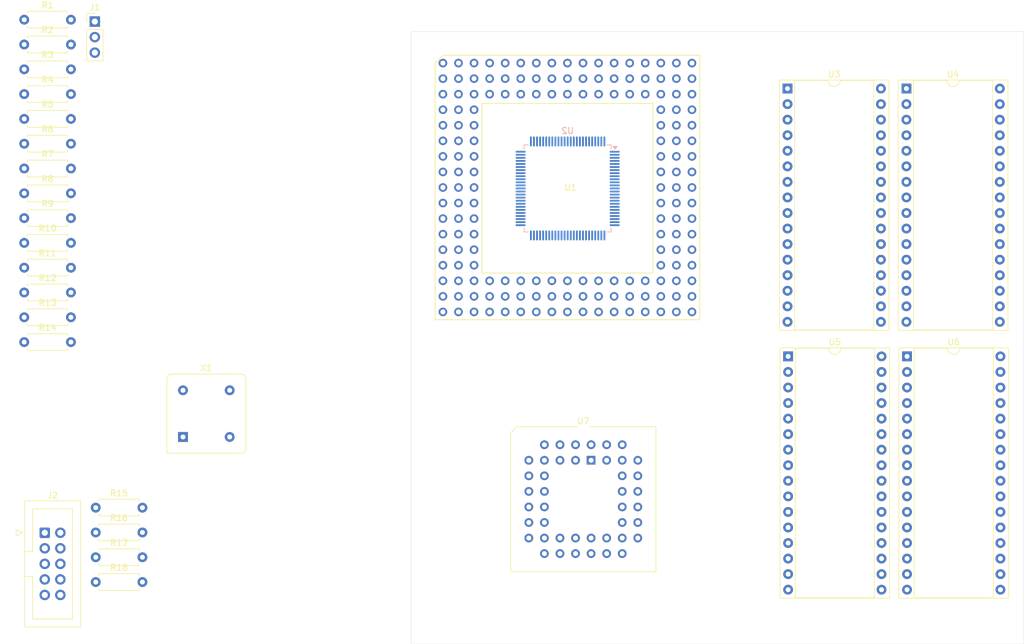
<source format=kicad_pcb>
(kicad_pcb (version 20240108) (generator "pcbnew") (generator_version "8.0")
  (layers (0 "F.Cu" signal) (31 "B.Cu" signal) (34 "B.Paste" user) (35 "F.Paste" user) (36 "B.SilkS" user "B.Silkscreen") (37 "F.SilkS" user "F.Silkscreen") (38 "B.Mask" user) (39 "F.Mask" user) (44 "Edge.Cuts" user))
  (net 0 "")
  (net 1 "+3.3V")
  (net 2 "{slash}BS8")
  (net 3 "{slash}BS16")
  (net 4 "{slash}RDY")
  (net 5 "INT")
  (net 6 "GND")
  (net 7 "NMI")
  (net 8 "RESET")
  (net 9 "Net-(U1-{slash}A20M)")
  (net 10 "Net-(U1-DP0)")
  (net 11 "Net-(U1-DP1)")
  (net 12 "Net-(U1-DP2)")
  (net 13 "Net-(U1-DP3)")
  (net 14 "Net-(U1-{slash}FLUSH)")
  (net 15 "Net-(U1-AHOLD)")
  (net 16 "Net-(U1-HOLD)")
  (net 17 "A19")
  (net 18 "D29")
  (net 20 "{slash}BE1")
  (net 21 "D24")
  (net 22 "MIO")
  (net 23 "D7")
  (net 24 "A23")
  (net 25 "A18")
  (net 27 "D21")
  (net 29 "WR")
  (net 31 "D23")
  (net 32 "D30")
  (net 33 "A31")
  (net 34 "D18")
  (net 36 "A4")
  (net 37 "D0")
  (net 38 "D15")
  (net 39 "DC")
  (net 44 "A13")
  (net 45 "A11")
  (net 46 "A21")
  (net 47 "A12")
  (net 48 "D9")
  (net 49 "A24")
  (net 50 "D2")
  (net 51 "A29")
  (net 52 "A22")
  (net 53 "A6")
  (net 54 "A17")
  (net 55 "D25")
  (net 56 "A2")
  (net 57 "A25")
  (net 58 "A8")
  (net 59 "D8")
  (net 60 "D4")
  (net 62 "D26")
  (net 63 "D10")
  (net 64 "A20")
  (net 65 "D19")
  (net 67 "A28")
  (net 69 "D27")
  (net 70 "D20")
  (net 75 "{slash}BE2")
  (net 76 "A26")
  (net 77 "D16")
  (net 78 "A15")
  (net 79 "A10")
  (net 80 "D14")
  (net 81 "D1")
  (net 82 "D13")
  (net 84 "{slash}BE0")
  (net 87 "D17")
  (net 88 "A3")
  (net 89 "{slash}ADS")
  (net 92 "A9")
  (net 93 "A30")
  (net 94 "A7")
  (net 95 "D28")
  (net 96 "D31")
  (net 98 "D6")
  (net 99 "D3")
  (net 107 "{slash}BE3")
  (net 108 "D12")
  (net 109 "D5")
  (net 110 "D22")
  (net 111 "A14")
  (net 114 "A27")
  (net 115 "A5")
  (net 116 "A16")
  (net 117 "D11")
  (net 118 "{slash}RESET")
  (net 121 "TMS")
  (net 123 "TCK")
  (net 124 "+5V")
  (net 126 "TDO")
  (net 127 "TDI")
  (net 134 "{slash}CS_SRAM0")
  (net 138 "{slash}CS_SRAM1")
  (net 139 "{slash}WR")
  (net 140 "TX")
  (net 141 "{slash}CS_SRAM2")
  (net 144 "{slash}CS_SRAM3")
  (net 148 "INT_UART")
  (net 149 "Net-(J1-Pin_2)")
  (net 150 "CLK")
  (net 151 "Net-(U7-XTAL1)")
  (net 158 "Net-(U7-RCLK)")
  (net 159 "{slash}RD")
  (net 160 "{slash}CS_UART")
  (net 161 "RX")
  (footprint "Resistor_THT:R_Axial_DIN0207_L6.3mm_D2.5mm_P7.62mm_Horizontal" (layer "F.Cu") (at -43.1292 26.1636)
    (property "Reference" "R3" (at 3.81 -2.37 0) (layer "F.SilkS"))
    (property "Value" "4k7")
    (pad "1" thru_hole circle (at 0 0) (size 1.6 1.6) (drill 0.8) (layers "*.Cu" "*.Mask") (net 1 "+3.3V"))
    (pad "2" thru_hole oval (at 7.62 0) (size 1.6 1.6) (drill 0.8) (layers "*.Cu" "*.Mask") (net 3 "{slash}BS16"))
  )
  (footprint "Package_DIP:DIP-32_W15.24mm_Socket" (layer "F.Cu") (at 100.8324 29.3116)
    (property "Reference" "U4" (at 7.62 -2.33 0) (layer "F.SilkS"))
    (property "Value" "AS6C4008-55PCN")
    (pad "1" thru_hole rect (at 0 0) (size 1.6 1.6) (drill 0.8) (layers "*.Cu" "*.Mask") (net 64 "A20"))
    (pad "2" thru_hole oval (at 0 2.54) (size 1.6 1.6) (drill 0.8) (layers "*.Cu" "*.Mask") (net 25 "A18"))
    (pad "3" thru_hole oval (at 0 5.08) (size 1.6 1.6) (drill 0.8) (layers "*.Cu" "*.Mask") (net 116 "A16"))
    (pad "4" thru_hole oval (at 0 7.62) (size 1.6 1.6) (drill 0.8) (layers "*.Cu" "*.Mask") (net 111 "A14"))
    (pad "5" thru_hole oval (at 0 10.16) (size 1.6 1.6) (drill 0.8) (layers "*.Cu" "*.Mask") (net 92 "A9"))
    (pad "6" thru_hole oval (at 0 12.7) (size 1.6 1.6) (drill 0.8) (layers "*.Cu" "*.Mask") (net 58 "A8"))
    (pad "7" thru_hole oval (at 0 15.24) (size 1.6 1.6) (drill 0.8) (layers "*.Cu" "*.Mask") (net 94 "A7"))
    (pad "8" thru_hole oval (at 0 17.78) (size 1.6 1.6) (drill 0.8) (layers "*.Cu" "*.Mask") (net 53 "A6"))
    (pad "9" thru_hole oval (at 0 20.32) (size 1.6 1.6) (drill 0.8) (layers "*.Cu" "*.Mask") (net 115 "A5"))
    (pad "10" thru_hole oval (at 0 22.86) (size 1.6 1.6) (drill 0.8) (layers "*.Cu" "*.Mask") (net 36 "A4"))
    (pad "11" thru_hole oval (at 0 25.4) (size 1.6 1.6) (drill 0.8) (layers "*.Cu" "*.Mask") (net 88 "A3"))
    (pad "12" thru_hole oval (at 0 27.94) (size 1.6 1.6) (drill 0.8) (layers "*.Cu" "*.Mask") (net 56 "A2"))
    (pad "13" thru_hole oval (at 0 30.48) (size 1.6 1.6) (drill 0.8) (layers "*.Cu" "*.Mask") (net 59 "D8"))
    (pad "14" thru_hole oval (at 0 33.02) (size 1.6 1.6) (drill 0.8) (layers "*.Cu" "*.Mask") (net 48 "D9"))
    (pad "15" thru_hole oval (at 0 35.56) (size 1.6 1.6) (drill 0.8) (layers "*.Cu" "*.Mask") (net 63 "D10"))
    (pad "16" thru_hole oval (at 0 38.1) (size 1.6 1.6) (drill 0.8) (layers "*.Cu" "*.Mask") (net 6 "GND"))
    (pad "17" thru_hole oval (at 15.24 38.1) (size 1.6 1.6) (drill 0.8) (layers "*.Cu" "*.Mask") (net 117 "D11"))
    (pad "18" thru_hole oval (at 15.24 35.56) (size 1.6 1.6) (drill 0.8) (layers "*.Cu" "*.Mask") (net 108 "D12"))
    (pad "19" thru_hole oval (at 15.24 33.02) (size 1.6 1.6) (drill 0.8) (layers "*.Cu" "*.Mask") (net 82 "D13"))
    (pad "20" thru_hole oval (at 15.24 30.48) (size 1.6 1.6) (drill 0.8) (layers "*.Cu" "*.Mask") (net 80 "D14"))
    (pad "21" thru_hole oval (at 15.24 27.94) (size 1.6 1.6) (drill 0.8) (layers "*.Cu" "*.Mask") (net 38 "D15"))
    (pad "22" thru_hole oval (at 15.24 25.4) (size 1.6 1.6) (drill 0.8) (layers "*.Cu" "*.Mask") (net 138 "{slash}CS_SRAM1"))
    (pad "23" thru_hole oval (at 15.24 22.86) (size 1.6 1.6) (drill 0.8) (layers "*.Cu" "*.Mask") (net 47 "A12"))
    (pad "24" thru_hole oval (at 15.24 20.32) (size 1.6 1.6) (drill 0.8) (layers "*.Cu" "*.Mask") (net 6 "GND"))
    (pad "25" thru_hole oval (at 15.24 17.78) (size 1.6 1.6) (drill 0.8) (layers "*.Cu" "*.Mask") (net 44 "A13"))
    (pad "26" thru_hole oval (at 15.24 15.24) (size 1.6 1.6) (drill 0.8) (layers "*.Cu" "*.Mask") (net 45 "A11"))
    (pad "27" thru_hole oval (at 15.24 12.7) (size 1.6 1.6) (drill 0.8) (layers "*.Cu" "*.Mask") (net 79 "A10"))
    (pad "28" thru_hole oval (at 15.24 10.16) (size 1.6 1.6) (drill 0.8) (layers "*.Cu" "*.Mask") (net 78 "A15"))
    (pad "29" thru_hole oval (at 15.24 7.62) (size 1.6 1.6) (drill 0.8) (layers "*.Cu" "*.Mask") (net 139 "{slash}WR"))
    (pad "30" thru_hole oval (at 15.24 5.08) (size 1.6 1.6) (drill 0.8) (layers "*.Cu" "*.Mask") (net 17 "A19"))
    (pad "31" thru_hole oval (at 15.24 2.54) (size 1.6 1.6) (drill 0.8) (layers "*.Cu" "*.Mask") (net 54 "A17"))
    (pad "32" thru_hole oval (at 15.24 0) (size 1.6 1.6) (drill 0.8) (layers "*.Cu" "*.Mask") (net 1 "+3.3V"))
  )
  (footprint "Resistor_THT:R_Axial_DIN0207_L6.3mm_D2.5mm_P7.62mm_Horizontal" (layer "F.Cu") (at -43.1292 66.6636)
    (property "Reference" "R13" (at 3.81 -2.37 0) (layer "F.SilkS"))
    (property "Value" "4k7")
    (pad "1" thru_hole circle (at 0 0) (size 1.6 1.6) (drill 0.8) (layers "*.Cu" "*.Mask") (net 1 "+3.3V"))
    (pad "2" thru_hole oval (at 7.62 0) (size 1.6 1.6) (drill 0.8) (layers "*.Cu" "*.Mask") (net 12 "Net-(U1-DP2)"))
  )
  (footprint "Oscillator:Oscillator_DIP-8" (layer "F.Cu") (at -17.2212 86.2076)
    (property "Reference" "X1" (at 3.81 -11.26 0) (layer "F.SilkS"))
    (property "Value" "1.8432 MHz")
    (pad "1" thru_hole rect (at 0 0) (size 1.6 1.6) (drill 0.8) (layers "*.Cu" "*.Mask"))
    (pad "4" thru_hole circle (at 7.62 0) (size 1.6 1.6) (drill 0.8) (layers "*.Cu" "*.Mask") (net 6 "GND"))
    (pad "5" thru_hole circle (at 7.62 -7.62) (size 1.6 1.6) (drill 0.8) (layers "*.Cu" "*.Mask") (net 151 "Net-(U7-XTAL1)"))
    (pad "8" thru_hole circle (at 0 -7.62) (size 1.6 1.6) (drill 0.8) (layers "*.Cu" "*.Mask") (net 1 "+3.3V"))
  )
  (footprint "Package_LCC:PLCC-44_THT-Socket" (layer "F.Cu") (at 49.3776 90.0176)
    (property "Reference" "U7" (at -1.27 -6.4 0) (layer "F.SilkS"))
    (property "Value" "16C550")
    (pad "1" thru_hole rect (at 0 0) (size 1.4224 1.4224) (drill 0.8) (layers "*.Cu" "*.Mask"))
    (pad "2" thru_hole circle (at -2.54 -2.54) (size 1.4224 1.4224) (drill 0.8) (layers "*.Cu" "*.Mask"))
    (pad "3" thru_hole circle (at -2.54 0) (size 1.4224 1.4224) (drill 0.8) (layers "*.Cu" "*.Mask"))
    (pad "4" thru_hole circle (at -5.08 -2.54) (size 1.4224 1.4224) (drill 0.8) (layers "*.Cu" "*.Mask"))
    (pad "5" thru_hole circle (at -5.08 0) (size 1.4224 1.4224) (drill 0.8) (layers "*.Cu" "*.Mask"))
    (pad "6" thru_hole circle (at -7.62 -2.54) (size 1.4224 1.4224) (drill 0.8) (layers "*.Cu" "*.Mask"))
    (pad "7" thru_hole circle (at -10.16 0) (size 1.4224 1.4224) (drill 0.8) (layers "*.Cu" "*.Mask"))
    (pad "8" thru_hole circle (at -7.62 0) (size 1.4224 1.4224) (drill 0.8) (layers "*.Cu" "*.Mask"))
    (pad "9" thru_hole circle (at -10.16 2.54) (size 1.4224 1.4224) (drill 0.8) (layers "*.Cu" "*.Mask"))
    (pad "10" thru_hole circle (at -7.62 2.54) (size 1.4224 1.4224) (drill 0.8) (layers "*.Cu" "*.Mask") (net 158 "Net-(U7-RCLK)"))
    (pad "11" thru_hole circle (at -10.16 5.08) (size 1.4224 1.4224) (drill 0.8) (layers "*.Cu" "*.Mask") (net 161 "RX"))
    (pad "12" thru_hole circle (at -7.62 5.08) (size 1.4224 1.4224) (drill 0.8) (layers "*.Cu" "*.Mask"))
    (pad "13" thru_hole circle (at -10.16 7.62) (size 1.4224 1.4224) (drill 0.8) (layers "*.Cu" "*.Mask") (net 140 "TX"))
    (pad "14" thru_hole circle (at -7.62 7.62) (size 1.4224 1.4224) (drill 0.8) (layers "*.Cu" "*.Mask") (net 1 "+3.3V"))
    (pad "15" thru_hole circle (at -10.16 10.16) (size 1.4224 1.4224) (drill 0.8) (layers "*.Cu" "*.Mask") (net 1 "+3.3V"))
    (pad "16" thru_hole circle (at -7.62 10.16) (size 1.4224 1.4224) (drill 0.8) (layers "*.Cu" "*.Mask") (net 160 "{slash}CS_UART"))
    (pad "17" thru_hole circle (at -10.16 12.7) (size 1.4224 1.4224) (drill 0.8) (layers "*.Cu" "*.Mask") (net 158 "Net-(U7-RCLK)"))
    (pad "18" thru_hole circle (at -7.62 15.24) (size 1.4224 1.4224) (drill 0.8) (layers "*.Cu" "*.Mask") (net 151 "Net-(U7-XTAL1)"))
    (pad "19" thru_hole circle (at -7.62 12.7) (size 1.4224 1.4224) (drill 0.8) (layers "*.Cu" "*.Mask"))
    (pad "20" thru_hole circle (at -5.08 15.24) (size 1.4224 1.4224) (drill 0.8) (layers "*.Cu" "*.Mask") (net 139 "{slash}WR"))
    (pad "21" thru_hole circle (at -5.08 12.7) (size 1.4224 1.4224) (drill 0.8) (layers "*.Cu" "*.Mask") (net 6 "GND"))
    (pad "22" thru_hole circle (at -2.54 15.24) (size 1.4224 1.4224) (drill 0.8) (layers "*.Cu" "*.Mask") (net 6 "GND"))
    (pad "23" thru_hole circle (at -2.54 12.7) (size 1.4224 1.4224) (drill 0.8) (layers "*.Cu" "*.Mask"))
    (pad "24" thru_hole circle (at 0 15.24) (size 1.4224 1.4224) (drill 0.8) (layers "*.Cu" "*.Mask") (net 159 "{slash}RD"))
    (pad "25" thru_hole circle (at 0 12.7) (size 1.4224 1.4224) (drill 0.8) (layers "*.Cu" "*.Mask") (net 6 "GND"))
    (pad "26" thru_hole circle (at 2.54 15.24) (size 1.4224 1.4224) (drill 0.8) (layers "*.Cu" "*.Mask"))
    (pad "27" thru_hole circle (at 2.54 12.7) (size 1.4224 1.4224) (drill 0.8) (layers "*.Cu" "*.Mask"))
    (pad "28" thru_hole circle (at 5.08 15.24) (size 1.4224 1.4224) (drill 0.8) (layers "*.Cu" "*.Mask"))
    (pad "29" thru_hole circle (at 7.62 12.7) (size 1.4224 1.4224) (drill 0.8) (layers "*.Cu" "*.Mask"))
    (pad "30" thru_hole circle (at 5.08 12.7) (size 1.4224 1.4224) (drill 0.8) (layers "*.Cu" "*.Mask"))
    (pad "31" thru_hole circle (at 7.62 10.16) (size 1.4224 1.4224) (drill 0.8) (layers "*.Cu" "*.Mask"))
    (pad "32" thru_hole circle (at 5.08 10.16) (size 1.4224 1.4224) (drill 0.8) (layers "*.Cu" "*.Mask"))
    (pad "33" thru_hole circle (at 7.62 7.62) (size 1.4224 1.4224) (drill 0.8) (layers "*.Cu" "*.Mask") (net 148 "INT_UART"))
    (pad "34" thru_hole circle (at 5.08 7.62) (size 1.4224 1.4224) (drill 0.8) (layers "*.Cu" "*.Mask"))
    (pad "35" thru_hole circle (at 7.62 5.08) (size 1.4224 1.4224) (drill 0.8) (layers "*.Cu" "*.Mask"))
    (pad "36" thru_hole circle (at 5.08 5.08) (size 1.4224 1.4224) (drill 0.8) (layers "*.Cu" "*.Mask"))
    (pad "37" thru_hole circle (at 7.62 2.54) (size 1.4224 1.4224) (drill 0.8) (layers "*.Cu" "*.Mask"))
    (pad "38" thru_hole circle (at 5.08 2.54) (size 1.4224 1.4224) (drill 0.8) (layers "*.Cu" "*.Mask"))
    (pad "39" thru_hole circle (at 7.62 0) (size 1.4224 1.4224) (drill 0.8) (layers "*.Cu" "*.Mask") (net 8 "RESET"))
    (pad "40" thru_hole circle (at 5.08 -2.54) (size 1.4224 1.4224) (drill 0.8) (layers "*.Cu" "*.Mask"))
    (pad "41" thru_hole circle (at 5.08 0) (size 1.4224 1.4224) (drill 0.8) (layers "*.Cu" "*.Mask") (net 1 "+3.3V"))
    (pad "42" thru_hole circle (at 2.54 -2.54) (size 1.4224 1.4224) (drill 0.8) (layers "*.Cu" "*.Mask") (net 1 "+3.3V"))
    (pad "43" thru_hole circle (at 2.54 0) (size 1.4224 1.4224) (drill 0.8) (layers "*.Cu" "*.Mask") (net 1 "+3.3V"))
    (pad "44" thru_hole circle (at 0 -2.54) (size 1.4224 1.4224) (drill 0.8) (layers "*.Cu" "*.Mask") (net 1 "+3.3V"))
  )
  (footprint "Resistor_THT:R_Axial_DIN0207_L6.3mm_D2.5mm_P7.62mm_Horizontal" (layer "F.Cu") (at -43.1292 46.4136)
    (property "Reference" "R8" (at 3.81 -2.37 0) (layer "F.SilkS"))
    (property "Value" "4k7")
    (pad "1" thru_hole circle (at 0 0) (size 1.6 1.6) (drill 0.8) (layers "*.Cu" "*.Mask") (net 1 "+3.3V"))
    (pad "2" thru_hole oval (at 7.62 0) (size 1.6 1.6) (drill 0.8) (layers "*.Cu" "*.Mask") (net 14 "Net-(U1-{slash}FLUSH)"))
  )
  (footprint "Resistor_THT:R_Axial_DIN0207_L6.3mm_D2.5mm_P7.62mm_Horizontal" (layer "F.Cu") (at -43.1292 54.5136)
    (property "Reference" "R10" (at 3.81 -2.37 0) (layer "F.SilkS"))
    (property "Value" "4k7")
    (pad "1" thru_hole circle (at 0 0) (size 1.6 1.6) (drill 0.8) (layers "*.Cu" "*.Mask") (net 15 "Net-(U1-AHOLD)"))
    (pad "2" thru_hole oval (at 7.62 0) (size 1.6 1.6) (drill 0.8) (layers "*.Cu" "*.Mask") (net 6 "GND"))
  )
  (footprint "Resistor_THT:R_Axial_DIN0207_L6.3mm_D2.5mm_P7.62mm_Horizontal" (layer "F.Cu") (at -43.1292 42.3636)
    (property "Reference" "R7" (at 3.81 -2.37 0) (layer "F.SilkS"))
    (property "Value" "4k7")
    (pad "1" thru_hole circle (at 0 0) (size 1.6 1.6) (drill 0.8) (layers "*.Cu" "*.Mask") (net 8 "RESET"))
    (pad "2" thru_hole oval (at 7.62 0) (size 1.6 1.6) (drill 0.8) (layers "*.Cu" "*.Mask") (net 6 "GND"))
  )
  (footprint "Resistor_THT:R_Axial_DIN0207_L6.3mm_D2.5mm_P7.62mm_Horizontal" (layer "F.Cu") (at -43.1292 70.7136)
    (property "Reference" "R14" (at 3.81 -2.37 0) (layer "F.SilkS"))
    (property "Value" "4k7")
    (pad "1" thru_hole circle (at 0 0) (size 1.6 1.6) (drill 0.8) (layers "*.Cu" "*.Mask") (net 1 "+3.3V"))
    (pad "2" thru_hole oval (at 7.62 0) (size 1.6 1.6) (drill 0.8) (layers "*.Cu" "*.Mask") (net 13 "Net-(U1-DP3)"))
  )
  (footprint "Resistor_THT:R_Axial_DIN0207_L6.3mm_D2.5mm_P7.62mm_Horizontal" (layer "F.Cu") (at -43.1292 34.2636)
    (property "Reference" "R5" (at 3.81 -2.37 0) (layer "F.SilkS"))
    (property "Value" "4k7")
    (pad "1" thru_hole circle (at 0 0) (size 1.6 1.6) (drill 0.8) (layers "*.Cu" "*.Mask") (net 5 "INT"))
    (pad "2" thru_hole oval (at 7.62 0) (size 1.6 1.6) (drill 0.8) (layers "*.Cu" "*.Mask") (net 6 "GND"))
  )
  (footprint "Package_DIP:DIP-32_W15.24mm_Socket" (layer "F.Cu") (at 81.534 73.0504)
    (property "Reference" "U5" (at 7.62 -2.33 0) (layer "F.SilkS"))
    (property "Value" "AS6C4008-55PCN")
    (pad "1" thru_hole rect (at 0 0) (size 1.6 1.6) (drill 0.8) (layers "*.Cu" "*.Mask") (net 64 "A20"))
    (pad "2" thru_hole oval (at 0 2.54) (size 1.6 1.6) (drill 0.8) (layers "*.Cu" "*.Mask") (net 25 "A18"))
    (pad "3" thru_hole oval (at 0 5.08) (size 1.6 1.6) (drill 0.8) (layers "*.Cu" "*.Mask") (net 116 "A16"))
    (pad "4" thru_hole oval (at 0 7.62) (size 1.6 1.6) (drill 0.8) (layers "*.Cu" "*.Mask") (net 111 "A14"))
    (pad "5" thru_hole oval (at 0 10.16) (size 1.6 1.6) (drill 0.8) (layers "*.Cu" "*.Mask") (net 92 "A9"))
    (pad "6" thru_hole oval (at 0 12.7) (size 1.6 1.6) (drill 0.8) (layers "*.Cu" "*.Mask") (net 58 "A8"))
    (pad "7" thru_hole oval (at 0 15.24) (size 1.6 1.6) (drill 0.8) (layers "*.Cu" "*.Mask") (net 94 "A7"))
    (pad "8" thru_hole oval (at 0 17.78) (size 1.6 1.6) (drill 0.8) (layers "*.Cu" "*.Mask") (net 53 "A6"))
    (pad "9" thru_hole oval (at 0 20.32) (size 1.6 1.6) (drill 0.8) (layers "*.Cu" "*.Mask") (net 115 "A5"))
    (pad "10" thru_hole oval (at 0 22.86) (size 1.6 1.6) (drill 0.8) (layers "*.Cu" "*.Mask") (net 36 "A4"))
    (pad "11" thru_hole oval (at 0 25.4) (size 1.6 1.6) (drill 0.8) (layers "*.Cu" "*.Mask") (net 88 "A3"))
    (pad "12" thru_hole oval (at 0 27.94) (size 1.6 1.6) (drill 0.8) (layers "*.Cu" "*.Mask") (net 56 "A2"))
    (pad "13" thru_hole oval (at 0 30.48) (size 1.6 1.6) (drill 0.8) (layers "*.Cu" "*.Mask") (net 77 "D16"))
    (pad "14" thru_hole oval (at 0 33.02) (size 1.6 1.6) (drill 0.8) (layers "*.Cu" "*.Mask") (net 87 "D17"))
    (pad "15" thru_hole oval (at 0 35.56) (size 1.6 1.6) (drill 0.8) (layers "*.Cu" "*.Mask") (net 34 "D18"))
    (pad "16" thru_hole oval (at 0 38.1) (size 1.6 1.6) (drill 0.8) (layers "*.Cu" "*.Mask") (net 6 "GND"))
    (pad "17" thru_hole oval (at 15.24 38.1) (size 1.6 1.6) (drill 0.8) (layers "*.Cu" "*.Mask") (net 65 "D19"))
    (pad "18" thru_hole oval (at 15.24 35.56) (size 1.6 1.6) (drill 0.8) (layers "*.Cu" "*.Mask") (net 70 "D20"))
    (pad "19" thru_hole oval (at 15.24 33.02) (size 1.6 1.6) (drill 0.8) (layers "*.Cu" "*.Mask") (net 27 "D21"))
    (pad "20" thru_hole oval (at 15.24 30.48) (size 1.6 1.6) (drill 0.8) (layers "*.Cu" "*.Mask") (net 110 "D22"))
    (pad "21" thru_hole oval (at 15.24 27.94) (size 1.6 1.6) (drill 0.8) (layers "*.Cu" "*.Mask") (net 31 "D23"))
    (pad "22" thru_hole oval (at 15.24 25.4) (size 1.6 1.6) (drill 0.8) (layers "*.Cu" "*.Mask") (net 141 "{slash}CS_SRAM2"))
    (pad "23" thru_hole oval (at 15.24 22.86) (size 1.6 1.6) (drill 0.8) (layers "*.Cu" "*.Mask") (net 47 "A12"))
    (pad "24" thru_hole oval (at 15.24 20.32) (size 1.6 1.6) (drill 0.8) (layers "*.Cu" "*.Mask") (net 6 "GND"))
    (pad "25" thru_hole oval (at 15.24 17.78) (size 1.6 1.6) (drill 0.8) (layers "*.Cu" "*.Mask") (net 44 "A13"))
    (pad "26" thru_hole oval (at 15.24 15.24) (size 1.6 1.6) (drill 0.8) (layers "*.Cu" "*.Mask") (net 45 "A11"))
    (pad "27" thru_hole oval (at 15.24 12.7) (size 1.6 1.6) (drill 0.8) (layers "*.Cu" "*.Mask") (net 79 "A10"))
    (pad "28" thru_hole oval (at 15.24 10.16) (size 1.6 1.6) (drill 0.8) (layers "*.Cu" "*.Mask") (net 78 "A15"))
    (pad "29" thru_hole oval (at 15.24 7.62) (size 1.6 1.6) (drill 0.8) (layers "*.Cu" "*.Mask") (net 139 "{slash}WR"))
    (pad "30" thru_hole oval (at 15.24 5.08) (size 1.6 1.6) (drill 0.8) (layers "*.Cu" "*.Mask") (net 17 "A19"))
    (pad "31" thru_hole oval (at 15.24 2.54) (size 1.6 1.6) (drill 0.8) (layers "*.Cu" "*.Mask") (net 54 "A17"))
    (pad "32" thru_hole oval (at 15.24 0) (size 1.6 1.6) (drill 0.8) (layers "*.Cu" "*.Mask") (net 1 "+3.3V"))
  )
  (footprint "Connector_IDC:IDC-Header_2x05_P2.54mm_Vertical" (layer "F.Cu") (at -39.7764 101.854)
    (property "Reference" "J2" (at 1.27 -6.1 0) (layer "F.SilkS"))
    (property "Value" "Conn_02x05_Odd_Even")
    (pad "1" thru_hole roundrect (at 0 0) (size 1.7 1.7) (drill 1) (layers "*.Cu" "*.Mask") (roundrect_rratio 0.147059) (net 123 "TCK"))
    (pad "2" thru_hole circle (at 2.54 0) (size 1.7 1.7) (drill 1) (layers "*.Cu" "*.Mask") (net 6 "GND"))
    (pad "3" thru_hole circle (at 0 2.54) (size 1.7 1.7) (drill 1) (layers "*.Cu" "*.Mask") (net 126 "TDO"))
    (pad "4" thru_hole circle (at 2.54 2.54) (size 1.7 1.7) (drill 1) (layers "*.Cu" "*.Mask") (net 124 "+5V"))
    (pad "5" thru_hole circle (at 0 5.08) (size 1.7 1.7) (drill 1) (layers "*.Cu" "*.Mask") (net 121 "TMS"))
    (pad "6" thru_hole circle (at 2.54 5.08) (size 1.7 1.7) (drill 1) (layers "*.Cu" "*.Mask"))
    (pad "7" thru_hole circle (at 0 7.62) (size 1.7 1.7) (drill 1) (layers "*.Cu" "*.Mask"))
    (pad "8" thru_hole circle (at 2.54 7.62) (size 1.7 1.7) (drill 1) (layers "*.Cu" "*.Mask"))
    (pad "9" thru_hole circle (at 0 10.16) (size 1.7 1.7) (drill 1) (layers "*.Cu" "*.Mask") (net 127 "TDI"))
    (pad "10" thru_hole circle (at 2.54 10.16) (size 1.7 1.7) (drill 1) (layers "*.Cu" "*.Mask") (net 6 "GND"))
  )
  (footprint "marlin-486:PGA168" (layer "F.Cu") (at 45.5168 45.212)
    (property "Reference" "U1" (at 0.508 0.254 0) (layer "F.SilkS"))
    (property "Value" "AM486DX")
    (pad "A1" thru_hole circle (at -20.32 -20.066) (size 1.397 1.397) (drill 0.8128) (layers "*.Cu" "*.Mask") (net 70 "D20"))
    (pad "A2" thru_hole circle (at -17.78 -20.066) (size 1.397 1.397) (drill 0.8128) (layers "*.Cu" "*.Mask") (net 110 "D22"))
    (pad "A3" thru_hole circle (at -15.24 -20.066) (size 1.397 1.397) (drill 0.8128) (layers "*.Cu" "*.Mask"))
    (pad "A4" thru_hole circle (at -12.7 -20.066) (size 1.397 1.397) (drill 0.8128) (layers "*.Cu" "*.Mask") (net 31 "D23"))
    (pad "A5" thru_hole circle (at -10.16 -20.066) (size 1.397 1.397) (drill 0.8128) (layers "*.Cu" "*.Mask") (net 13 "Net-(U1-DP3)"))
    (pad "A6" thru_hole circle (at -7.62 -20.066) (size 1.397 1.397) (drill 0.8128) (layers "*.Cu" "*.Mask") (net 21 "D24"))
    (pad "A7" thru_hole circle (at -5.08 -20.066) (size 1.397 1.397) (drill 0.8128) (layers "*.Cu" "*.Mask") (net 6 "GND"))
    (pad "A8" thru_hole circle (at -2.54 -20.066) (size 1.397 1.397) (drill 0.8128) (layers "*.Cu" "*.Mask") (net 18 "D29"))
    (pad "A9" thru_hole circle (at 0 -20.066) (size 1.397 1.397) (drill 0.8128) (layers "*.Cu" "*.Mask") (net 6 "GND"))
    (pad "A10" thru_hole circle (at 2.54 -20.066) (size 1.397 1.397) (drill 0.8128) (layers "*.Cu" "*.Mask"))
    (pad "A11" thru_hole circle (at 5.08 -20.066) (size 1.397 1.397) (drill 0.8128) (layers "*.Cu" "*.Mask") (net 6 "GND"))
    (pad "A12" thru_hole circle (at 7.62 -20.066) (size 1.397 1.397) (drill 0.8128) (layers "*.Cu" "*.Mask"))
    (pad "A13" thru_hole circle (at 10.16 -20.066) (size 1.397 1.397) (drill 0.8128) (layers "*.Cu" "*.Mask"))
    (pad "A14" thru_hole circle (at 12.7 -20.066) (size 1.397 1.397) (drill 0.8128) (layers "*.Cu" "*.Mask"))
    (pad "A15" thru_hole circle (at 15.24 -20.066) (size 1.397 1.397) (drill 0.8128) (layers "*.Cu" "*.Mask"))
    (pad "A16" thru_hole circle (at 17.78 -20.066) (size 1.397 1.397) (drill 0.8128) (layers "*.Cu" "*.Mask") (net 5 "INT"))
    (pad "A17" thru_hole circle (at 20.32 -20.066) (size 1.397 1.397) (drill 0.8128) (layers "*.Cu" "*.Mask") (net 15 "Net-(U1-AHOLD)"))
    (pad "B1" thru_hole circle (at -20.32 -17.526) (size 1.397 1.397) (drill 0.8128) (layers "*.Cu" "*.Mask") (net 65 "D19"))
    (pad "B2" thru_hole circle (at -17.78 -17.526) (size 1.397 1.397) (drill 0.8128) (layers "*.Cu" "*.Mask") (net 27 "D21"))
    (pad "B3" thru_hole circle (at -15.24 -17.526) (size 1.397 1.397) (drill 0.8128) (layers "*.Cu" "*.Mask") (net 6 "GND"))
    (pad "B4" thru_hole circle (at -12.7 -17.526) (size 1.397 1.397) (drill 0.8128) (layers "*.Cu" "*.Mask") (net 6 "GND"))
    (pad "B5" thru_hole circle (at -10.16 -17.526) (size 1.397 1.397) (drill 0.8128) (layers "*.Cu" "*.Mask") (net 6 "GND"))
    (pad "B6" thru_hole circle (at -7.62 -17.526) (size 1.397 1.397) (drill 0.8128) (layers "*.Cu" "*.Mask") (net 55 "D25"))
    (pad "B7" thru_hole circle (at -5.08 -17.526) (size 1.397 1.397) (drill 0.8128) (layers "*.Cu" "*.Mask") (net 1 "+3.3V"))
    (pad "B8" thru_hole circle (at -2.54 -17.526) (size 1.397 1.397) (drill 0.8128) (layers "*.Cu" "*.Mask") (net 96 "D31"))
    (pad "B9" thru_hole circle (at 0 -17.526) (size 1.397 1.397) (drill 0.8128) (layers "*.Cu" "*.Mask") (net 1 "+3.3V"))
    (pad "B10" thru_hole circle (at 2.54 -17.526) (size 1.397 1.397) (drill 0.8128) (layers "*.Cu" "*.Mask"))
    (pad "B11" thru_hole circle (at 5.08 -17.526) (size 1.397 1.397) (drill 0.8128) (layers "*.Cu" "*.Mask") (net 1 "+3.3V"))
    (pad "B12" thru_hole circle (at 7.62 -17.526) (size 1.397 1.397) (drill 0.8128) (layers "*.Cu" "*.Mask"))
    (pad "B13" thru_hole circle (at 10.16 -17.526) (size 1.397 1.397) (drill 0.8128) (layers "*.Cu" "*.Mask"))
    (pad "B14" thru_hole circle (at 12.7 -17.526) (size 1.397 1.397) (drill 0.8128) (layers "*.Cu" "*.Mask"))
    (pad "B15" thru_hole circle (at 15.24 -17.526) (size 1.397 1.397) (drill 0.8128) (layers "*.Cu" "*.Mask") (net 7 "NMI"))
    (pad "B16" thru_hole circle (at 17.78 -17.526) (size 1.397 1.397) (drill 0.8128) (layers "*.Cu" "*.Mask"))
    (pad "B17" thru_hole circle (at 20.32 -17.526) (size 1.397 1.397) (drill 0.8128) (layers "*.Cu" "*.Mask"))
    (pad "C1" thru_hole circle (at -20.32 -14.986) (size 1.397 1.397) (drill 0.8128) (layers "*.Cu" "*.Mask") (net 117 "D11"))
    (pad "C2" thru_hole circle (at -17.78 -14.986) (size 1.397 1.397) (drill 0.8128) (layers "*.Cu" "*.Mask") (net 34 "D18"))
    (pad "C3" thru_hole circle (at -15.24 -14.986) (size 1.397 1.397) (drill 0.8128) (layers "*.Cu" "*.Mask") (net 150 "CLK"))
    (pad "C4" thru_hole circle (at -12.7 -14.986) (size 1.397 1.397) (drill 0.8128) (layers "*.Cu" "*.Mask") (net 1 "+3.3V"))
    (pad "C5" thru_hole circle (at -10.16 -14.986) (size 1.397 1.397) (drill 0.8128) (layers "*.Cu" "*.Mask") (net 1 "+3.3V"))
    (pad "C6" thru_hole circle (at -7.62 -14.986) (size 1.397 1.397) (drill 0.8128) (layers "*.Cu" "*.Mask") (net 69 "D27"))
    (pad "C7" thru_hole circle (at -5.08 -14.986) (size 1.397 1.397) (drill 0.8128) (layers "*.Cu" "*.Mask") (net 62 "D26"))
    (pad "C8" thru_hole circle (at -2.54 -14.986) (size 1.397 1.397) (drill 0.8128) (layers "*.Cu" "*.Mask") (net 95 "D28"))
    (pad "C9" thru_hole circle (at 0 -14.986) (size 1.397 1.397) (drill 0.8128) (layers "*.Cu" "*.Mask") (net 32 "D30"))
    (pad "C10" thru_hole circle (at 2.54 -14.986) (size 1.397 1.397) (drill 0.8128) (layers "*.Cu" "*.Mask"))
    (pad "C11" thru_hole circle (at 5.08 -14.986) (size 1.397 1.397) (drill 0.8128) (layers "*.Cu" "*.Mask"))
    (pad "C12" thru_hole circle (at 7.62 -14.986) (size 1.397 1.397) (drill 0.8128) (layers "*.Cu" "*.Mask"))
    (pad "C13" thru_hole circle (at 10.16 -14.986) (size 1.397 1.397) (drill 0.8128) (layers "*.Cu" "*.Mask"))
    (pad "C14" thru_hole circle (at 12.7 -14.986) (size 1.397 1.397) (drill 0.8128) (layers "*.Cu" "*.Mask"))
    (pad "C15" thru_hole circle (at 15.24 -14.986) (size 1.397 1.397) (drill 0.8128) (layers "*.Cu" "*.Mask") (net 14 "Net-(U1-{slash}FLUSH)"))
    (pad "C16" thru_hole circle (at 17.78 -14.986) (size 1.397 1.397) (drill 0.8128) (layers "*.Cu" "*.Mask") (net 8 "RESET"))
    (pad "C17" thru_hole circle (at 20.32 -14.986) (size 1.397 1.397) (drill 0.8128) (layers "*.Cu" "*.Mask") (net 3 "{slash}BS16"))
    (pad "D1" thru_hole circle (at -20.32 -12.446) (size 1.397 1.397) (drill 0.8128) (layers "*.Cu" "*.Mask") (net 48 "D9"))
    (pad "D2" thru_hole circle (at -17.78 -12.446) (size 1.397 1.397) (drill 0.8128) (layers "*.Cu" "*.Mask") (net 82 "D13"))
    (pad "D3" thru_hole circle (at -15.24 -12.446) (size 1.397 1.397) (drill 0.8128) (layers "*.Cu" "*.Mask") (net 87 "D17"))
    (pad "D15" thru_hole circle (at 15.24 -12.446) (size 1.397 1.397) (drill 0.8128) (layers "*.Cu" "*.Mask") (net 9 "Net-(U1-{slash}A20M)"))
    (pad "D16" thru_hole circle (at 17.78 -12.446) (size 1.397 1.397) (drill 0.8128) (layers "*.Cu" "*.Mask") (net 2 "{slash}BS8"))
    (pad "D17" thru_hole circle (at 20.32 -12.446) (size 1.397 1.397) (drill 0.8128) (layers "*.Cu" "*.Mask"))
    (pad "E1" thru_hole circle (at -20.32 -9.906) (size 1.397 1.397) (drill 0.8128) (layers "*.Cu" "*.Mask") (net 6 "GND"))
    (pad "E2" thru_hole circle (at -17.78 -9.906) (size 1.397 1.397) (drill 0.8128) (layers "*.Cu" "*.Mask") (net 1 "+3.3V"))
    (pad "E3" thru_hole circle (at -15.24 -9.906) (size 1.397 1.397) (drill 0.8128) (layers "*.Cu" "*.Mask") (net 63 "D10"))
    (pad "E15" thru_hole circle (at 15.24 -9.906) (size 1.397 1.397) (drill 0.8128) (layers "*.Cu" "*.Mask") (net 16 "Net-(U1-HOLD)"))
    (pad "E16" thru_hole circle (at 17.78 -9.906) (size 1.397 1.397) (drill 0.8128) (layers "*.Cu" "*.Mask") (net 1 "+3.3V"))
    (pad "E17" thru_hole circle (at 20.32 -9.906) (size 1.397 1.397) (drill 0.8128) (layers "*.Cu" "*.Mask") (net 6 "GND"))
    (pad "F1" thru_hole circle (at -20.32 -7.366) (size 1.397 1.397) (drill 0.8128) (layers "*.Cu" "*.Mask") (net 11 "Net-(U1-DP1)"))
    (pad "F2" thru_hole circle (at -17.78 -7.366) (size 1.397 1.397) (drill 0.8128) (layers "*.Cu" "*.Mask") (net 59 "D8"))
    (pad "F3" thru_hole circle (at -15.24 -7.366) (size 1.397 1.397) (drill 0.8128) (layers "*.Cu" "*.Mask") (net 38 "D15"))
    (pad "F15" thru_hole circle (at 15.24 -7.366) (size 1.397 1.397) (drill 0.8128) (layers "*.Cu" "*.Mask"))
    (pad "F16" thru_hole circle (at 17.78 -7.366) (size 1.397 1.397) (drill 0.8128) (layers "*.Cu" "*.Mask") (net 4 "{slash}RDY"))
    (pad "F17" thru_hole circle (at 20.32 -7.366) (size 1.397 1.397) (drill 0.8128) (layers "*.Cu" "*.Mask") (net 107 "{slash}BE3"))
    (pad "G1" thru_hole circle (at -20.32 -4.826) (size 1.397 1.397) (drill 0.8128) (layers "*.Cu" "*.Mask") (net 6 "GND"))
    (pad "G2" thru_hole circle (at -17.78 -4.826) (size 1.397 1.397) (drill 0.8128) (layers "*.Cu" "*.Mask") (net 1 "+3.3V"))
    (pad "G3" thru_hole circle (at -15.24 -4.826) (size 1.397 1.397) (drill 0.8128) (layers "*.Cu" "*.Mask") (net 108 "D12"))
    (pad "G15" thru_hole circle (at 15.24 -4.826) (size 1.397 1.397) (drill 0.8128) (layers "*.Cu" "*.Mask"))
    (pad "G16" thru_hole circle (at 17.78 -4.826) (size 1.397 1.397) (drill 0.8128) (layers "*.Cu" "*.Mask") (net 1 "+3.3V"))
    (pad "G17" thru_hole circle (at 20.32 -4.826) (size 1.397 1.397) (drill 0.8128) (layers "*.Cu" "*.Mask") (net 6 "GND"))
    (pad "H1" thru_hole circle (at -20.32 -2.286) (size 1.397 1.397) (drill 0.8128) (layers "*.Cu" "*.Mask") (net 6 "GND"))
    (pad "H2" thru_hole circle (at -17.78 -2.286) (size 1.397 1.397) (drill 0.8128) (layers "*.Cu" "*.Mask") (net 99 "D3"))
    (pad "H3" thru_hole circle (at -15.24 -2.286) (size 1.397 1.397) (drill 0.8128) (layers "*.Cu" "*.Mask") (net 12 "Net-(U1-DP2)"))
    (pad "H15" thru_hole circle (at 15.24 -2.286) (size 1.397 1.397) (drill 0.8128) (layers "*.Cu" "*.Mask"))
    (pad "H16" thru_hole circle (at 17.78 -2.286) (size 1.397 1.397) (drill 0.8128) (layers "*.Cu" "*.Mask") (net 1 "+3.3V"))
    (pad "H17" thru_hole circle (at 20.32 -2.286) (size 1.397 1.397) (drill 0.8128) (layers "*.Cu" "*.Mask") (net 6 "GND"))
    (pad "J1" thru_hole circle (at -20.32 0.254) (size 1.397 1.397) (drill 0.8128) (layers "*.Cu" "*.Mask"))
    (pad "J2" thru_hole circle (at -17.78 0.254) (size 1.397 1.397) (drill 0.8128) (layers "*.Cu" "*.Mask") (net 109 "D5"))
    (pad "J3" thru_hole circle (at -15.24 0.254) (size 1.397 1.397) (drill 0.8128) (layers "*.Cu" "*.Mask") (net 77 "D16"))
    (pad "J15" thru_hole circle (at 15.24 0.254) (size 1.397 1.397) (drill 0.8128) (layers "*.Cu" "*.Mask") (net 75 "{slash}BE2"))
    (pad "J16" thru_hole circle (at 17.78 0.254) (size 1.397 1.397) (drill 0.8128) (layers "*.Cu" "*.Mask") (net 20 "{slash}BE1"))
    (pad "J17" thru_hole circle (at 20.32 0.254) (size 1.397 1.397) (drill 0.8128) (layers "*.Cu" "*.Mask"))
    (pad "K1" thru_hole circle (at -20.32 2.794) (size 1.397 1.397) (drill 0.8128) (layers "*.Cu" "*.Mask") (net 6 "GND"))
    (pad "K2" thru_hole circle (at -17.78 2.794) (size 1.397 1.397) (drill 0.8128) (layers "*.Cu" "*.Mask") (net 1 "+3.3V"))
    (pad "K3" thru_hole circle (at -15.24 2.794) (size 1.397 1.397) (drill 0.8128) (layers "*.Cu" "*.Mask") (net 80 "D14"))
    (pad "K15" thru_hole circle (at 15.24 2.794) (size 1.397 1.397) (drill 0.8128) (layers "*.Cu" "*.Mask") (net 84 "{slash}BE0"))
    (pad "K16" thru_hole circle (at 17.78 2.794) (size 1.397 1.397) (drill 0.8128) (layers "*.Cu" "*.Mask") (net 1 "+3.3V"))
    (pad "K17" thru_hole circle (at 20.32 2.794) (size 1.397 1.397) (drill 0.8128) (layers "*.Cu" "*.Mask") (net 6 "GND"))
    (pad "L1" thru_hole circle (at -20.32 5.334) (size 1.397 1.397) (drill 0.8128) (layers "*.Cu" "*.Mask") (net 6 "GND"))
    (pad "L2" thru_hole circle (at -17.78 5.334) (size 1.397 1.397) (drill 0.8128) (layers "*.Cu" "*.Mask") (net 98 "D6"))
    (pad "L3" thru_hole circle (at -15.24 5.334) (size 1.397 1.397) (drill 0.8128) (layers "*.Cu" "*.Mask") (net 23 "D7"))
    (pad "L15" thru_hole circle (at 15.24 5.334) (size 1.397 1.397) (drill 0.8128) (layers "*.Cu" "*.Mask"))
    (pad "L16" thru_hole circle (at 17.78 5.334) (size 1.397 1.397) (drill 0.8128) (layers "*.Cu" "*.Mask") (net 1 "+3.3V"))
    (pad "L17" thru_hole circle (at 20.32 5.334) (size 1.397 1.397) (drill 0.8128) (layers "*.Cu" "*.Mask") (net 6 "GND"))
    (pad "M1" thru_hole circle (at -20.32 7.874) (size 1.397 1.397) (drill 0.8128) (layers "*.Cu" "*.Mask") (net 6 "GND"))
    (pad "M2" thru_hole circle (at -17.78 7.874) (size 1.397 1.397) (drill 0.8128) (layers "*.Cu" "*.Mask") (net 1 "+3.3V"))
    (pad "M3" thru_hole circle (at -15.24 7.874) (size 1.397 1.397) (drill 0.8128) (layers "*.Cu" "*.Mask") (net 60 "D4"))
    (pad "M15" thru_hole circle (at 15.24 7.874) (size 1.397 1.397) (drill 0.8128) (layers "*.Cu" "*.Mask") (net 39 "DC"))
    (pad "M16" thru_hole circle (at 17.78 7.874) (size 1.397 1.397) (drill 0.8128) (layers "*.Cu" "*.Mask") (net 1 "+3.3V"))
    (pad "M17" thru_hole circle (at 20.32 7.874) (size 1.397 1.397) (drill 0.8128) (layers "*.Cu" "*.Mask") (net 6 "GND"))
    (pad "N1" thru_hole circle (at -20.32 10.414) (size 1.397 1.397) (drill 0.8128) (layers "*.Cu" "*.Mask") (net 50 "D2"))
    (pad "N2" thru_hole circle (at -17.78 10.414) (size 1.397 1.397) (drill 0.8128) (layers "*.Cu" "*.Mask") (net 81 "D1"))
    (pad "N3" thru_hole circle (at -15.24 10.414) (size 1.397 1.397) (drill 0.8128) (layers "*.Cu" "*.Mask") (net 10 "Net-(U1-DP0)"))
    (pad "N15" thru_hole circle (at 15.24 10.414) (size 1.397 1.397) (drill 0.8128) (layers "*.Cu" "*.Mask"))
    (pad "N16" thru_hole circle (at 17.78 10.414) (size 1.397 1.397) (drill 0.8128) (layers "*.Cu" "*.Mask") (net 22 "MIO"))
    (pad "N17" thru_hole circle (at 20.32 10.414) (size 1.397 1.397) (drill 0.8128) (layers "*.Cu" "*.Mask") (net 29 "WR"))
    (pad "P1" thru_hole circle (at -20.32 12.954) (size 1.397 1.397) (drill 0.8128) (layers "*.Cu" "*.Mask") (net 37 "D0"))
    (pad "P2" thru_hole circle (at -17.78 12.954) (size 1.397 1.397) (drill 0.8128) (layers "*.Cu" "*.Mask") (net 51 "A29"))
    (pad "P3" thru_hole circle (at -15.24 12.954) (size 1.397 1.397) (drill 0.8128) (layers "*.Cu" "*.Mask") (net 93 "A30"))
    (pad "P15" thru_hole circle (at 15.24 12.954) (size 1.397 1.397) (drill 0.8128) (layers "*.Cu" "*.Mask"))
    (pad "P16" thru_hole circle (at 17.78 12.954) (size 1.397 1.397) (drill 0.8128) (layers "*.Cu" "*.Mask") (net 1 "+3.3V"))
    (pad "P17" thru_hole circle (at 20.32 12.954) (size 1.397 1.397) (drill 0.8128) (layers "*.Cu" "*.Mask") (net 6 "GND"))
    (pad "Q1" thru_hole circle (at -20.32 15.494) (size 1.397 1.397) (drill 0.8128) (layers "*.Cu" "*.Mask") (net 33 "A31"))
    (pad "Q2" thru_hole circle (at -17.78 15.494) (size 1.397 1.397) (drill 0.8128) (layers "*.Cu" "*.Mask") (net 6 "GND"))
    (pad "Q3" thru_hole circle (at -15.24 15.494) (size 1.397 1.397) (drill 0.8128) (layers "*.Cu" "*.Mask") (net 54 "A17"))
    (pad "Q4" thru_hole circle (at -12.7 15.494) (size 1.397 1.397) (drill 0.8128) (layers "*.Cu" "*.Mask") (net 17 "A19"))
    (pad "Q5" thru_hole circle (at -10.16 15.494) (size 1.397 1.397) (drill 0.8128) (layers "*.Cu" "*.Mask") (net 46 "A21"))
    (pad "Q6" thru_hole circle (at -7.62 15.494) (size 1.397 1.397) (drill 0.8128) (layers "*.Cu" "*.Mask") (net 49 "A24"))
    (pad "Q7" thru_hole circle (at -5.08 15.494) (size 1.397 1.397) (drill 0.8128) (layers "*.Cu" "*.Mask") (net 52 "A22"))
    (pad "Q8" thru_hole circle (at -2.54 15.494) (size 1.397 1.397) (drill 0.8128) (layers "*.Cu" "*.Mask") (net 64 "A20"))
    (pad "Q9" thru_hole circle (at 0 15.494) (size 1.397 1.397) (drill 0.8128) (layers "*.Cu" "*.Mask") (net 116 "A16"))
    (pad "Q10" thru_hole circle (at 2.54 15.494) (size 1.397 1.397) (drill 0.8128) (layers "*.Cu" "*.Mask") (net 44 "A13"))
    (pad "Q11" thru_hole circle (at 5.08 15.494) (size 1.397 1.397) (drill 0.8128) (layers "*.Cu" "*.Mask") (net 92 "A9"))
    (pad "Q12" thru_hole circle (at 7.62 15.494) (size 1.397 1.397) (drill 0.8128) (layers "*.Cu" "*.Mask") (net 115 "A5"))
    (pad "Q13" thru_hole circle (at 10.16 15.494) (size 1.397 1.397) (drill 0.8128) (layers "*.Cu" "*.Mask") (net 94 "A7"))
    (pad "Q14" thru_hole circle (at 12.7 15.494) (size 1.397 1.397) (drill 0.8128) (layers "*.Cu" "*.Mask") (net 56 "A2"))
    (pad "Q15" thru_hole circle (at 15.24 15.494) (size 1.397 1.397) (drill 0.8128) (layers "*.Cu" "*.Mask"))
    (pad "Q16" thru_hole circle (at 17.78 15.494) (size 1.397 1.397) (drill 0.8128) (layers "*.Cu" "*.Mask"))
    (pad "Q17" thru_hole circle (at 20.32 15.494) (size 1.397 1.397) (drill 0.8128) (layers "*.Cu" "*.Mask"))
    (pad "R1" thru_hole circle (at -20.32 18.034) (size 1.397 1.397) (drill 0.8128) (layers "*.Cu" "*.Mask") (net 67 "A28"))
    (pad "R2" thru_hole circle (at -17.78 18.034) (size 1.397 1.397) (drill 0.8128) (layers "*.Cu" "*.Mask") (net 57 "A25"))
    (pad "R3" thru_hole circle (at -15.24 18.034) (size 1.397 1.397) (drill 0.8128) (layers "*.Cu" "*.Mask") (net 1 "+3.3V"))
    (pad "R4" thru_hole circle (at -12.7 18.034) (size 1.397 1.397) (drill 0.8128) (layers "*.Cu" "*.Mask") (net 6 "GND"))
    (pad "R5" thru_hole circle (at -10.16 18.034) (size 1.397 1.397) (drill 0.8128) (layers "*.Cu" "*.Mask") (net 25 "A18"))
    (pad "R6" thru_hole circle (at -7.62 18.034) (size 1.397 1.397) (drill 0.8128) (layers "*.Cu" "*.Mask") (net 1 "+3.3V"))
    (pad "R7" thru_hole circle (at -5.08 18.034) (size 1.397 1.397) (drill 0.8128) (layers "*.Cu" "*.Mask") (net 78 "A15"))
    (pad "R8" thru_hole circle (at -2.54 18.034) (size 1.397 1.397) (drill 0.8128) (layers "*.Cu" "*.Mask") (net 1 "+3.3V"))
    (pad "R9" thru_hole circle (at 0 18.034) (size 1.397 1.397) (drill 0.8128) (layers "*.Cu" "*.Mask") (net 1 "+3.3V"))
    (pad "R10" thru_hole circle (at 2.54 18.034) (size 1.397 1.397) (drill 0.8128) (layers "*.Cu" "*.Mask") (net 1 "+3.3V"))
    (pad "R11" thru_hole circle (at 5.08 18.034) (size 1.397 1.397) (drill 0.8128) (layers "*.Cu" "*.Mask") (net 1 "+3.3V"))
    (pad "R12" thru_hole circle (at 7.62 18.034) (size 1.397 1.397) (drill 0.8128) (layers "*.Cu" "*.Mask") (net 45 "A11"))
    (pad "R13" thru_hole circle (at 10.16 18.034) (size 1.397 1.397) (drill 0.8128) (layers "*.Cu" "*.Mask") (net 58 "A8"))
    (pad "R14" thru_hole circle (at 12.7 18.034) (size 1.397 1.397) (drill 0.8128) (layers "*.Cu" "*.Mask") (net 1 "+3.3V"))
    (pad "R15" thru_hole circle (at 15.24 18.034) (size 1.397 1.397) (drill 0.8128) (layers "*.Cu" "*.Mask") (net 88 "A3"))
    (pad "R16" thru_hole circle (at 17.78 18.034) (size 1.397 1.397) (drill 0.8128) (layers "*.Cu" "*.Mask"))
    (pad "R17" thru_hole circle (at 20.32 18.034) (size 1.397 1.397) (drill 0.8128) (layers "*.Cu" "*.Mask") (net 149 "Net-(J1-Pin_2)"))
    (pad "S1" thru_hole circle (at -20.32 20.574) (size 1.397 1.397) (drill 0.8128) (layers "*.Cu" "*.Mask") (net 114 "A27"))
    (pad "S2" thru_hole circle (at -17.78 20.574) (size 1.397 1.397) (drill 0.8128) (layers "*.Cu" "*.Mask") (net 76 "A26"))
    (pad "S3" thru_hole circle (at -15.24 20.574) (size 1.397 1.397) (drill 0.8128) (layers "*.Cu" "*.Mask") (net 24 "A23"))
    (pad "S4" thru_hole circle (at -12.7 20.574) (size 1.397 1.397) (drill 0.8128) (layers "*.Cu" "*.Mask"))
    (pad "S5" thru_hole circle (at -10.16 20.574) (size 1.397 1.397) (drill 0.8128) (layers "*.Cu" "*.Mask") (net 111 "A14"))
    (pad "S6" thru_hole circle (at -7.62 20.574) (size 1.397 1.397) (drill 0.8128) (layers "*.Cu" "*.Mask") (net 6 "GND"))
    (pad "S7" thru_hole circle (at -5.08 20.574) (size 1.397 1.397) (drill 0.8128) (layers "*.Cu" "*.Mask") (net 47 "A12"))
    (pad "S8" thru_hole circle (at -2.54 20.574) (size 1.397 1.397) (drill 0.8128) (layers "*.Cu" "*.Mask") (net 6 "GND"))
    (pad "S9" thru_hole circle (at 0 20.574) (size 1.397 1.397) (drill 0.8128) (layers "*.Cu" "*.Mask") (net 6 "GND"))
    (pad "S10" thru_hole circle (at 2.54 20.574) (size 1.397 1.397) (drill 0.8128) (layers "*.Cu" "*.Mask") (net 6 "GND"))
    (pad "S11" thru_hole circle (at 5.08 20.574) (size 1.397 1.397) (drill 0.8128) (layers "*.Cu" "*.Mask") (net 6 "GND"))
    (pad "S12" thru_hole circle (at 7.62 20.574) (size 1.397 1.397) (drill 0.8128) (layers "*.Cu" "*.Mask") (net 6 "GND"))
    (pad "S13" thru_hole circle (at 10.16 20.574) (size 1.397 1.397) (drill 0.8128) (layers "*.Cu" "*.Mask") (net 79 "A10"))
    (pad "S14" thru_hole circle (at 12.7 20.574) (size 1.397 1.397) (drill 0.8128) (layers "*.Cu" "*.Mask") (net 6 "GND"))
    (pad "S15" thru_hole circle (at 15.24 20.574) (size 1.397 1.397) (drill 0.8128) (layers "*.Cu" "*.Mask") (net 53 "A6"))
    (pad "S16" thru_hole circle (at 17.78 20.574) (size 1.397 1.397) (drill 0.8128) (layers "*.Cu" "*.Mask") (net 36 "A4"))
    (pad "S17" thru_hole circle (at 20.32 20.574) (size 1.397 1.397) (drill 0.8128) (layers "*.Cu" "*.Mask") (net 89 "{slash}ADS"))
  )
  (footprint "Resistor_THT:R_Axial_DIN0207_L6.3mm_D2.5mm_P7.62mm_Horizontal" (layer "F.Cu") (at -43.1292 50.4636)
    (property "Reference" "R9" (at 3.81 -2.37 0) (layer "F.SilkS"))
    (property "Value" "4k7")
    (pad "1" thru_hole circle (at 0 0) (size 1.6 1.6) (drill 0.8) (layers "*.Cu" "*.Mask") (net 16 "Net-(U1-HOLD)"))
    (pad "2" thru_hole oval (at 7.62 0) (size 1.6 1.6) (drill 0.8) (layers "*.Cu" "*.Mask") (net 6 "GND"))
  )
  (footprint "Resistor_THT:R_Axial_DIN0207_L6.3mm_D2.5mm_P7.62mm_Horizontal" (layer "F.Cu") (at -31.4614 105.854)
    (property "Reference" "R17" (at 3.81 -2.37 0) (layer "F.SilkS"))
    (property "Value" "4k7")
    (pad "1" thru_hole circle (at 0 0) (size 1.6 1.6) (drill 0.8) (layers "*.Cu" "*.Mask") (net 124 "+5V"))
    (pad "2" thru_hole oval (at 7.62 0) (size 1.6 1.6) (drill 0.8) (layers "*.Cu" "*.Mask") (net 127 "TDI"))
  )
  (footprint "Resistor_THT:R_Axial_DIN0207_L6.3mm_D2.5mm_P7.62mm_Horizontal" (layer "F.Cu") (at -43.1292 38.3136)
    (property "Reference" "R6" (at 3.81 -2.37 0) (layer "F.SilkS"))
    (property "Value" "4k7")
    (pad "1" thru_hole circle (at 0 0) (size 1.6 1.6) (drill 0.8) (layers "*.Cu" "*.Mask") (net 7 "NMI"))
    (pad "2" thru_hole oval (at 7.62 0) (size 1.6 1.6) (drill 0.8) (layers "*.Cu" "*.Mask") (net 6 "GND"))
  )
  (footprint "Connector_PinHeader_2.54mm:PinHeader_1x03_P2.54mm_Vertical" (layer "F.Cu") (at -31.6092 18.3636)
    (property "Reference" "J1" (at 0 -2.33 0) (layer "F.SilkS"))
    (property "Value" "Conn_01x03")
    (pad "1" thru_hole rect (at 0 0) (size 1.7 1.7) (drill 1) (layers "*.Cu" "*.Mask") (net 1 "+3.3V"))
    (pad "2" thru_hole oval (at 0 2.54) (size 1.7 1.7) (drill 1) (layers "*.Cu" "*.Mask") (net 149 "Net-(J1-Pin_2)"))
    (pad "3" thru_hole oval (at 0 5.08) (size 1.7 1.7) (drill 1) (layers "*.Cu" "*.Mask") (net 6 "GND"))
  )
  (footprint "Resistor_THT:R_Axial_DIN0207_L6.3mm_D2.5mm_P7.62mm_Horizontal" (layer "F.Cu") (at -31.4614 97.754)
    (property "Reference" "R15" (at 3.81 -2.37 0) (layer "F.SilkS"))
    (property "Value" "4k7")
    (pad "1" thru_hole circle (at 0 0) (size 1.6 1.6) (drill 0.8) (layers "*.Cu" "*.Mask") (net 124 "+5V"))
    (pad "2" thru_hole oval (at 7.62 0) (size 1.6 1.6) (drill 0.8) (layers "*.Cu" "*.Mask") (net 126 "TDO"))
  )
  (footprint "Package_DIP:DIP-32_W15.24mm_Socket" (layer "F.Cu") (at 81.4324 29.3116)
    (property "Reference" "U3" (at 7.62 -2.33 0) (layer "F.SilkS"))
    (property "Value" "AS6C4008-55PCN")
    (pad "1" thru_hole rect (at 0 0) (size 1.6 1.6) (drill 0.8) (layers "*.Cu" "*.Mask") (net 64 "A20"))
    (pad "2" thru_hole oval (at 0 2.54) (size 1.6 1.6) (drill 0.8) (layers "*.Cu" "*.Mask") (net 25 "A18"))
    (pad "3" thru_hole oval (at 0 5.08) (size 1.6 1.6) (drill 0.8) (layers "*.Cu" "*.Mask") (net 116 "A16"))
    (pad "4" thru_hole oval (at 0 7.62) (size 1.6 1.6) (drill 0.8) (layers "*.Cu" "*.Mask") (net 111 "A14"))
    (pad "5" thru_hole oval (at 0 10.16) (size 1.6 1.6) (drill 0.8) (layers "*.Cu" "*.Mask") (net 92 "A9"))
    (pad "6" thru_hole oval (at 0 12.7) (size 1.6 1.6) (drill 0.8) (layers "*.Cu" "*.Mask") (net 58 "A8"))
    (pad "7" thru_hole oval (at 0 15.24) (size 1.6 1.6) (drill 0.8) (layers "*.Cu" "*.Mask") (net 94 "A7"))
    (pad "8" thru_hole oval (at 0 17.78) (size 1.6 1.6) (drill 0.8) (layers "*.Cu" "*.Mask") (net 53 "A6"))
    (pad "9" thru_hole oval (at 0 20.32) (size 1.6 1.6) (drill 0.8) (layers "*.Cu" "*.Mask") (net 115 "A5"))
    (pad "10" thru_hole oval (at 0 22.86) (size 1.6 1.6) (drill 0.8) (layers "*.Cu" "*.Mask") (net 36 "A4"))
    (pad "11" thru_hole oval (at 0 25.4) (size 1.6 1.6) (drill 0.8) (layers "*.Cu" "*.Mask") (net 88 "A3"))
    (pad "12" thru_hole oval (at 0 27.94) (size 1.6 1.6) (drill 0.8) (layers "*.Cu" "*.Mask") (net 56 "A2"))
    (pad "13" thru_hole oval (at 0 30.48) (size 1.6 1.6) (drill 0.8) (layers "*.Cu" "*.Mask") (net 37 "D0"))
    (pad "14" thru_hole oval (at 0 33.02) (size 1.6 1.6) (drill 0.8) (layers "*.Cu" "*.Mask") (net 81 "D1"))
    (pad "15" thru_hole oval (at 0 35.56) (size 1.6 1.6) (drill 0.8) (layers "*.Cu" "*.Mask") (net 50 "D2"))
    (pad "16" thru_hole oval (at 0 38.1) (size 1.6 1.6) (drill 0.8) (layers "*.Cu" "*.Mask") (net 6 "GND"))
    (pad "17" thru_hole oval (at 15.24 38.1) (size 1.6 1.6) (drill 0.8) (layers "*.Cu" "*.Mask") (net 99 "D3"))
    (pad "18" thru_hole oval (at 15.24 35.56) (size 1.6 1.6) (drill 0.8) (layers "*.Cu" "*.Mask") (net 60 "D4"))
    (pad "19" thru_hole oval (at 15.24 33.02) (size 1.6 1.6) (drill 0.8) (layers "*.Cu" "*.Mask") (net 109 "D5"))
    (pad "20" thru_hole oval (at 15.24 30.48) (size 1.6 1.6) (drill 0.8) (layers "*.Cu" "*.Mask") (net 98 "D6"))
    (pad "21" thru_hole oval (at 15.24 27.94) (size 1.6 1.6) (drill 0.8) (layers "*.Cu" "*.Mask") (net 23 "D7"))
    (pad "22" thru_hole oval (at 15.24 25.4) (size 1.6 1.6) (drill 0.8) (layers "*.Cu" "*.Mask") (net 134 "{slash}CS_SRAM0"))
    (pad "23" thru_hole oval (at 15.24 22.86) (size 1.6 1.6) (drill 0.8) (layers "*.Cu" "*.Mask") (net 47 "A12"))
    (pad "24" thru_hole oval (at 15.24 20.32) (size 1.6 1.6) (drill 0.8) (layers "*.Cu" "*.Mask") (net 6 "GND"))
    (pad "25" thru_hole oval (at 15.24 17.78) (size 1.6 1.6) (drill 0.8) (layers "*.Cu" "*.Mask") (net 44 "A13"))
    (pad "26" thru_hole oval (at 15.24 15.24) (size 1.6 1.6) (drill 0.8) (layers "*.Cu" "*.Mask") (net 45 "A11"))
    (pad "27" thru_hole oval (at 15.24 12.7) (size 1.6 1.6) (drill 0.8) (layers "*.Cu" "*.Mask") (net 79 "A10"))
    (pad "28" thru_hole oval (at 15.24 10.16) (size 1.6 1.6) (drill 0.8) (layers "*.Cu" "*.Mask") (net 78 "A15"))
    (pad "29" thru_hole oval (at 15.24 7.62) (size 1.6 1.6) (drill 0.8) (layers "*.Cu" "*.Mask") (net 139 "{slash}WR"))
    (pad "30" thru_hole oval (at 15.24 5.08) (size 1.6 1.6) (drill 0.8) (layers "*.Cu" "*.Mask") (net 17 "A19"))
    (pad "31" thru_hole oval (at 15.24 2.54) (size 1.6 1.6) (drill 0.8) (layers "*.Cu" "*.Mask") (net 54 "A17"))
    (pad "32" thru_hole oval (at 15.24 0) (size 1.6 1.6) (drill 0.8) (layers "*.Cu" "*.Mask") (net 1 "+3.3V"))
  )
  (footprint "Resistor_THT:R_Axial_DIN0207_L6.3mm_D2.5mm_P7.62mm_Horizontal" (layer "F.Cu") (at -43.1292 22.1136)
    (property "Reference" "R2" (at 3.81 -2.37 0) (layer "F.SilkS"))
    (property "Value" "4k7")
    (pad "1" thru_hole circle (at 0 0) (size 1.6 1.6) (drill 0.8) (layers "*.Cu" "*.Mask") (net 1 "+3.3V"))
    (pad "2" thru_hole oval (at 7.62 0) (size 1.6 1.6) (drill 0.8) (layers "*.Cu" "*.Mask") (net 2 "{slash}BS8"))
  )
  (footprint "Resistor_THT:R_Axial_DIN0207_L6.3mm_D2.5mm_P7.62mm_Horizontal" (layer "F.Cu") (at -43.1292 58.5636)
    (property "Reference" "R11" (at 3.81 -2.37 0) (layer "F.SilkS"))
    (property "Value" "4k7")
    (pad "1" thru_hole circle (at 0 0) (size 1.6 1.6) (drill 0.8) (layers "*.Cu" "*.Mask") (net 1 "+3.3V"))
    (pad "2" thru_hole oval (at 7.62 0) (size 1.6 1.6) (drill 0.8) (layers "*.Cu" "*.Mask") (net 10 "Net-(U1-DP0)"))
  )
  (footprint "Resistor_THT:R_Axial_DIN0207_L6.3mm_D2.5mm_P7.62mm_Horizontal" (layer "F.Cu") (at -43.1292 62.6136)
    (property "Reference" "R12" (at 3.81 -2.37 0) (layer "F.SilkS"))
    (property "Value" "4k7")
    (pad "1" thru_hole circle (at 0 0) (size 1.6 1.6) (drill 0.8) (layers "*.Cu" "*.Mask") (net 1 "+3.3V"))
    (pad "2" thru_hole oval (at 7.62 0) (size 1.6 1.6) (drill 0.8) (layers "*.Cu" "*.Mask") (net 11 "Net-(U1-DP1)"))
  )
  (footprint "Resistor_THT:R_Axial_DIN0207_L6.3mm_D2.5mm_P7.62mm_Horizontal" (layer "F.Cu") (at -31.4614 101.804)
    (property "Reference" "R16" (at 3.81 -2.37 0) (layer "F.SilkS"))
    (property "Value" "4k7")
    (pad "1" thru_hole circle (at 0 0) (size 1.6 1.6) (drill 0.8) (layers "*.Cu" "*.Mask") (net 124 "+5V"))
    (pad "2" thru_hole oval (at 7.62 0) (size 1.6 1.6) (drill 0.8) (layers "*.Cu" "*.Mask") (net 121 "TMS"))
  )
  (footprint "Resistor_THT:R_Axial_DIN0207_L6.3mm_D2.5mm_P7.62mm_Horizontal" (layer "F.Cu") (at -43.1292 18.0636)
    (property "Reference" "R1" (at 3.81 -2.37 0) (layer "F.SilkS"))
    (property "Value" "4k7")
    (pad "1" thru_hole circle (at 0 0) (size 1.6 1.6) (drill 0.8) (layers "*.Cu" "*.Mask") (net 1 "+3.3V"))
    (pad "2" thru_hole oval (at 7.62 0) (size 1.6 1.6) (drill 0.8) (layers "*.Cu" "*.Mask") (net 9 "Net-(U1-{slash}A20M)"))
  )
  (footprint "Resistor_THT:R_Axial_DIN0207_L6.3mm_D2.5mm_P7.62mm_Horizontal" (layer "F.Cu") (at -43.1292 30.2136)
    (property "Reference" "R4" (at 3.81 -2.37 0) (layer "F.SilkS"))
    (property "Value" "4k7")
    (pad "1" thru_hole circle (at 0 0) (size 1.6 1.6) (drill 0.8) (layers "*.Cu" "*.Mask") (net 1 "+3.3V"))
    (pad "2" thru_hole oval (at 7.62 0) (size 1.6 1.6) (drill 0.8) (layers "*.Cu" "*.Mask") (net 4 "{slash}RDY"))
  )
  (footprint "Package_DIP:DIP-32_W15.24mm_Socket" (layer "F.Cu") (at 100.934 73.0504)
    (property "Reference" "U6" (at 7.62 -2.33 0) (layer "F.SilkS"))
    (property "Value" "AS6C4008-55PCN")
    (pad "1" thru_hole rect (at 0 0) (size 1.6 1.6) (drill 0.8) (layers "*.Cu" "*.Mask") (net 64 "A20"))
    (pad "2" thru_hole oval (at 0 2.54) (size 1.6 1.6) (drill 0.8) (layers "*.Cu" "*.Mask") (net 25 "A18"))
    (pad "3" thru_hole oval (at 0 5.08) (size 1.6 1.6) (drill 0.8) (layers "*.Cu" "*.Mask") (net 116 "A16"))
    (pad "4" thru_hole oval (at 0 7.62) (size 1.6 1.6) (drill 0.8) (layers "*.Cu" "*.Mask") (net 111 "A14"))
    (pad "5" thru_hole oval (at 0 10.16) (size 1.6 1.6) (drill 0.8) (layers "*.Cu" "*.Mask") (net 92 "A9"))
    (pad "6" thru_hole oval (at 0 12.7) (size 1.6 1.6) (drill 0.8) (layers "*.Cu" "*.Mask") (net 58 "A8"))
    (pad "7" thru_hole oval (at 0 15.24) (size 1.6 1.6) (drill 0.8) (layers "*.Cu" "*.Mask") (net 94 "A7"))
    (pad "8" thru_hole oval (at 0 17.78) (size 1.6 1.6) (drill 0.8) (layers "*.Cu" "*.Mask") (net 53 "A6"))
    (pad "9" thru_hole oval (at 0 20.32) (size 1.6 1.6) (drill 0.8) (layers "*.Cu" "*.Mask") (net 115 "A5"))
    (pad "10" thru_hole oval (at 0 22.86) (size 1.6 1.6) (drill 0.8) (layers "*.Cu" "*.Mask") (net 36 "A4"))
    (pad "11" thru_hole oval (at 0 25.4) (size 1.6 1.6) (drill 0.8) (layers "*.Cu" "*.Mask") (net 88 "A3"))
    (pad "12" thru_hole oval (at 0 27.94) (size 1.6 1.6) (drill 0.8) (layers "*.Cu" "*.Mask") (net 56 "A2"))
    (pad "13" thru_hole oval (at 0 30.48) (size 1.6 1.6) (drill 0.8) (layers "*.Cu" "*.Mask") (net 21 "D24"))
    (pad "14" thru_hole oval (at 0 33.02) (size 1.6 1.6) (drill 0.8) (layers "*.Cu" "*.Mask") (net 55 "D25"))
    (pad "15" thru_hole oval (at 0 35.56) (size 1.6 1.6) (drill 0.8) (layers "*.Cu" "*.Mask") (net 62 "D26"))
    (pad "16" thru_hole oval (at 0 38.1) (size 1.6 1.6) (drill 0.8) (layers "*.Cu" "*.Mask") (net 6 "GND"))
    (pad "17" thru_hole oval (at 15.24 38.1) (size 1.6 1.6) (drill 0.8) (layers "*.Cu" "*.Mask") (net 69 "D27"))
    (pad "18" thru_hole oval (at 15.24 35.56) (size 1.6 1.6) (drill 0.8) (layers "*.Cu" "*.Mask") (net 95 "D28"))
    (pad "19" thru_hole oval (at 15.24 33.02) (size 1.6 1.6) (drill 0.8) (layers "*.Cu" "*.Mask") (net 18 "D29"))
    (pad "20" thru_hole oval (at 15.24 30.48) (size 1.6 1.6) (drill 0.8) (layers "*.Cu" "*.Mask") (net 32 "D30"))
    (pad "21" thru_hole oval (at 15.24 27.94) (size 1.6 1.6) (drill 0.8) (layers "*.Cu" "*.Mask") (net 96 "D31"))
    (pad "22" thru_hole oval (at 15.24 25.4) (size 1.6 1.6) (drill 0.8) (layers "*.Cu" "*.Mask") (net 144 "{slash}CS_SRAM3"))
    (pad "23" thru_hole oval (at 15.24 22.86) (size 1.6 1.6) (drill 0.8) (layers "*.Cu" "*.Mask") (net 47 "A12"))
    (pad "24" thru_hole oval (at 15.24 20.32) (size 1.6 1.6) (drill 0.8) (layers "*.Cu" "*.Mask") (net 6 "GND"))
    (pad "25" thru_hole oval (at 15.24 17.78) (size 1.6 1.6) (drill 0.8) (layers "*.Cu" "*.Mask") (net 44 "A13"))
    (pad "26" thru_hole oval (at 15.24 15.24) (size 1.6 1.6) (drill 0.8) (layers "*.Cu" "*.Mask") (net 45 "A11"))
    (pad "27" thru_hole oval (at 15.24 12.7) (size 1.6 1.6) (drill 0.8) (layers "*.Cu" "*.Mask") (net 79 "A10"))
    (pad "28" thru_hole oval (at 15.24 10.16) (size 1.6 1.6) (drill 0.8) (layers "*.Cu" "*.Mask") (net 78 "A15"))
    (pad "29" thru_hole oval (at 15.24 7.62) (size 1.6 1.6) (drill 0.8) (layers "*.Cu" "*.Mask") (net 139 "{slash}WR"))
    (pad "30" thru_hole oval (at 15.24 5.08) (size 1.6 1.6) (drill 0.8) (layers "*.Cu" "*.Mask") (net 17 "A19"))
    (pad "31" thru_hole oval (at 15.24 2.54) (size 1.6 1.6) (drill 0.8) (layers "*.Cu" "*.Mask") (net 54 "A17"))
    (pad "32" thru_hole oval (at 15.24 0) (size 1.6 1.6) (drill 0.8) (layers "*.Cu" "*.Mask") (net 1 "+3.3V"))
  )
  (footprint "Resistor_THT:R_Axial_DIN0207_L6.3mm_D2.5mm_P7.62mm_Horizontal" (layer "F.Cu") (at -31.4614 109.904)
    (property "Reference" "R18" (at 3.81 -2.37 0) (layer "F.SilkS"))
    (property "Value" "4k7")
    (pad "1" thru_hole circle (at 0 0) (size 1.6 1.6) (drill 0.8) (layers "*.Cu" "*.Mask") (net 123 "TCK"))
    (pad "2" thru_hole oval (at 7.62 0) (size 1.6 1.6) (drill 0.8) (layers "*.Cu" "*.Mask") (net 6 "GND"))
  )
  (footprint "Package_QFP:LQFP-100_14x14mm_P0.5mm" (layer "B.Cu") (at 45.5516 45.6226 180)
    (property "Reference" "U2" (at 0 9.42 0) (layer "B.SilkS") (effects (justify mirror)))
    (property "Value" "EPM240T100")
    (pad "1" smd roundrect (at -7.675 6 180) (size 1.6 0.3) (layers "B.Cu" "B.Paste" "B.Mask") (net 37 "D0"))
    (pad "2" smd roundrect (at -7.675 5.5 180) (size 1.6 0.3) (layers "B.Cu" "B.Paste" "B.Mask") (net 118 "{slash}RESET"))
    (pad "3" smd roundrect (at -7.675 5 180) (size 1.6 0.3) (layers "B.Cu" "B.Paste" "B.Mask") (net 84 "{slash}BE0"))
    (pad "4" smd roundrect (at -7.675 4.5 180) (size 1.6 0.3) (layers "B.Cu" "B.Paste" "B.Mask") (net 20 "{slash}BE1"))
    (pad "5" smd roundrect (at -7.675 4 180) (size 1.6 0.3) (layers "B.Cu" "B.Paste" "B.Mask") (net 75 "{slash}BE2"))
    (pad "6" smd roundrect (at -7.675 3.5 180) (size 1.6 0.3) (layers "B.Cu" "B.Paste" "B.Mask") (net 107 "{slash}BE3"))
    (pad "7" smd roundrect (at -7.675 3 180) (size 1.6 0.3) (layers "B.Cu" "B.Paste" "B.Mask") (net 22 "MIO"))
    (pad "8" smd roundrect (at -7.675 2.5 180) (size 1.6 0.3) (layers "B.Cu" "B.Paste" "B.Mask") (net 39 "DC"))
    (pad "9" smd roundrect (at -7.675 2 180) (size 1.6 0.3) (layers "B.Cu" "B.Paste" "B.Mask") (net 1 "+3.3V"))
    (pad "10" smd roundrect (at -7.675 1.5 180) (size 1.6 0.3) (layers "B.Cu" "B.Paste" "B.Mask") (net 6 "GND"))
    (pad "11" smd roundrect (at -7.675 1 180) (size 1.6 0.3) (layers "B.Cu" "B.Paste" "B.Mask") (net 6 "GND"))
    (pad "12" smd roundrect (at -7.675 0.5 180) (size 1.6 0.3) (layers "B.Cu" "B.Paste" "B.Mask") (net 150 "CLK"))
    (pad "13" smd roundrect (at -7.675 0 180) (size 1.6 0.3) (layers "B.Cu" "B.Paste" "B.Mask") (net 1 "+3.3V"))
    (pad "14" smd roundrect (at -7.675 -0.5 180) (size 1.6 0.3) (layers "B.Cu" "B.Paste" "B.Mask"))
    (pad "15" smd roundrect (at -7.675 -1 180) (size 1.6 0.3) (layers "B.Cu" "B.Paste" "B.Mask") (net 29 "WR"))
    (pad "16" smd roundrect (at -7.675 -1.5 180) (size 1.6 0.3) (layers "B.Cu" "B.Paste" "B.Mask") (net 5 "INT"))
    (pad "17" smd roundrect (at -7.675 -2 180) (size 1.6 0.3) (layers "B.Cu" "B.Paste" "B.Mask") (net 7 "NMI"))
    (pad "18" smd roundrect (at -7.675 -2.5 180) (size 1.6 0.3) (layers "B.Cu" "B.Paste" "B.Mask") (net 8 "RESET"))
    (pad "19" smd roundrect (at -7.675 -3 180) (size 1.6 0.3) (layers "B.Cu" "B.Paste" "B.Mask") (net 89 "{slash}ADS"))
    (pad "20" smd roundrect (at -7.675 -3.5 180) (size 1.6 0.3) (layers "B.Cu" "B.Paste" "B.Mask") (net 2 "{slash}BS8"))
    (pad "21" smd roundrect (at -7.675 -4 180) (size 1.6 0.3) (layers "B.Cu" "B.Paste" "B.Mask") (net 3 "{slash}BS16"))
    (pad "22" smd roundrect (at -7.675 -4.5 180) (size 1.6 0.3) (layers "B.Cu" "B.Paste" "B.Mask") (net 121 "TMS"))
    (pad "23" smd roundrect (at -7.675 -5 180) (size 1.6 0.3) (layers "B.Cu" "B.Paste" "B.Mask") (net 127 "TDI"))
    (pad "24" smd roundrect (at -7.675 -5.5 180) (size 1.6 0.3) (layers "B.Cu" "B.Paste" "B.Mask") (net 123 "TCK"))
    (pad "25" smd roundrect (at -7.675 -6 180) (size 1.6 0.3) (layers "B.Cu" "B.Paste" "B.Mask") (net 126 "TDO"))
    (pad "26" smd roundrect (at -6 -7.675 180) (size 0.3 1.6) (layers "B.Cu" "B.Paste" "B.Mask") (net 4 "{slash}RDY"))
    (pad "27" smd roundrect (at -5.5 -7.675 180) (size 0.3 1.6) (layers "B.Cu" "B.Paste" "B.Mask") (net 134 "{slash}CS_SRAM0"))
    (pad "28" smd roundrect (at -5 -7.675 180) (size 0.3 1.6) (layers "B.Cu" "B.Paste" "B.Mask") (net 138 "{slash}CS_SRAM1"))
    (pad "29" smd roundrect (at -4.5 -7.675 180) (size 0.3 1.6) (layers "B.Cu" "B.Paste" "B.Mask") (net 141 "{slash}CS_SRAM2"))
    (pad "30" smd roundrect (at -4 -7.675 180) (size 0.3 1.6) (layers "B.Cu" "B.Paste" "B.Mask") (net 144 "{slash}CS_SRAM3"))
    (pad "31" smd roundrect (at -3.5 -7.675 180) (size 0.3 1.6) (layers "B.Cu" "B.Paste" "B.Mask") (net 1 "+3.3V"))
    (pad "32" smd roundrect (at -3 -7.675 180) (size 0.3 1.6) (layers "B.Cu" "B.Paste" "B.Mask") (net 6 "GND"))
    (pad "33" smd roundrect (at -2.5 -7.675 180) (size 0.3 1.6) (layers "B.Cu" "B.Paste" "B.Mask") (net 56 "A2"))
    (pad "34" smd roundrect (at -2 -7.675 180) (size 0.3 1.6) (layers "B.Cu" "B.Paste" "B.Mask") (net 88 "A3"))
    (pad "35" smd roundrect (at -1.5 -7.675 180) (size 0.3 1.6) (layers "B.Cu" "B.Paste" "B.Mask") (net 36 "A4"))
    (pad "36" smd roundrect (at -1 -7.675 180) (size 0.3 1.6) (layers "B.Cu" "B.Paste" "B.Mask") (net 115 "A5"))
    (pad "37" smd roundrect (at -0.5 -7.675 180) (size 0.3 1.6) (layers "B.Cu" "B.Paste" "B.Mask") (net 53 "A6"))
    (pad "38" smd roundrect (at 0 -7.675 180) (size 0.3 1.6) (layers "B.Cu" "B.Paste" "B.Mask") (net 94 "A7"))
    (pad "39" smd roundrect (at 0.5 -7.675 180) (size 0.3 1.6) (layers "B.Cu" "B.Paste" "B.Mask") (net 58 "A8"))
    (pad "40" smd roundrect (at 1 -7.675 180) (size 0.3 1.6) (layers "B.Cu" "B.Paste" "B.Mask") (net 92 "A9"))
    (pad "41" smd roundrect (at 1.5 -7.675 180) (size 0.3 1.6) (layers "B.Cu" "B.Paste" "B.Mask") (net 79 "A10"))
    (pad "42" smd roundrect (at 2 -7.675 180) (size 0.3 1.6) (layers "B.Cu" "B.Paste" "B.Mask") (net 45 "A11"))
    (pad "43" smd roundrect (at 2.5 -7.675 180) (size 0.3 1.6) (layers "B.Cu" "B.Paste" "B.Mask"))
    (pad "44" smd roundrect (at 3 -7.675 180) (size 0.3 1.6) (layers "B.Cu" "B.Paste" "B.Mask"))
    (pad "45" smd roundrect (at 3.5 -7.675 180) (size 0.3 1.6) (layers "B.Cu" "B.Paste" "B.Mask") (net 1 "+3.3V"))
    (pad "46" smd roundrect (at 4 -7.675 180) (size 0.3 1.6) (layers "B.Cu" "B.Paste" "B.Mask") (net 6 "GND"))
    (pad "47" smd roundrect (at 4.5 -7.675 180) (size 0.3 1.6) (layers "B.Cu" "B.Paste" "B.Mask") (net 47 "A12"))
    (pad "48" smd roundrect (at 5 -7.675 180) (size 0.3 1.6) (layers "B.Cu" "B.Paste" "B.Mask") (net 44 "A13"))
    (pad "49" smd roundrect (at 5.5 -7.675 180) (size 0.3 1.6) (layers "B.Cu" "B.Paste" "B.Mask") (net 111 "A14"))
    (pad "50" smd roundrect (at 6 -7.675 180) (size 0.3 1.6) (layers "B.Cu" "B.Paste" "B.Mask") (net 78 "A15"))
    (pad "51" smd roundrect (at 7.675 -6 180) (size 1.6 0.3) (layers "B.Cu" "B.Paste" "B.Mask"))
    (pad "52" smd roundrect (at 7.675 -5.5 180) (size 1.6 0.3) (layers "B.Cu" "B.Paste" "B.Mask") (net 81 "D1"))
    (pad "53" smd roundrect (at 7.675 -5 180) (size 1.6 0.3) (layers "B.Cu" "B.Paste" "B.Mask") (net 50 "D2"))
    (pad "54" smd roundrect (at 7.675 -4.5 180) (size 1.6 0.3) (layers "B.Cu" "B.Paste" "B.Mask") (net 99 "D3"))
    (pad "55" smd roundrect (at 7.675 -4 180) (size 1.6 0.3) (layers "B.Cu" "B.Paste" "B.Mask") (net 60 "D4"))
    (pad "56" smd roundrect (at 7.675 -3.5 180) (size 1.6 0.3) (layers "B.Cu" "B.Paste" "B.Mask") (net 109 "D5"))
    (pad "57" smd roundrect (at 7.675 -3 180) (size 1.6 0.3) (layers "B.Cu" "B.Paste" "B.Mask") (net 98 "D6"))
    (pad "58" smd roundrect (at 7.675 -2.5 180) (size 1.6 0.3) (layers "B.Cu" "B.Paste" "B.Mask") (net 23 "D7"))
    (pad "59" smd roundrect (at 7.675 -2 180) (size 1.6 0.3) (layers "B.Cu" "B.Paste" "B.Mask") (net 1 "+3.3V"))
    (pad "60" smd roundrect (at 7.675 -1.5 180) (size 1.6 0.3) (layers "B.Cu" "B.Paste" "B.Mask") (net 6 "GND"))
    (pad "61" smd roundrect (at 7.675 -1 180) (size 1.6 0.3) (layers "B.Cu" "B.Paste" "B.Mask") (net 59 "D8"))
    (pad "62" smd roundrect (at 7.675 -0.5 180) (size 1.6 0.3) (layers "B.Cu" "B.Paste" "B.Mask"))
    (pad "63" smd roundrect (at 7.675 0 180) (size 1.6 0.3) (layers "B.Cu" "B.Paste" "B.Mask") (net 1 "+3.3V"))
    (pad "64" smd roundrect (at 7.675 0.5 180) (size 1.6 0.3) (layers "B.Cu" "B.Paste" "B.Mask"))
    (pad "65" smd roundrect (at 7.675 1 180) (size 1.6 0.3) (layers "B.Cu" "B.Paste" "B.Mask") (net 6 "GND"))
    (pad "66" smd roundrect (at 7.675 1.5 180) (size 1.6 0.3) (layers "B.Cu" "B.Paste" "B.Mask") (net 48 "D9"))
    (pad "67" smd roundrect (at 7.675 2 180) (size 1.6 0.3) (layers "B.Cu" "B.Paste" "B.Mask") (net 63 "D10"))
    (pad "68" smd roundrect (at 7.675 2.5 180) (size 1.6 0.3) (layers "B.Cu" "B.Paste" "B.Mask") (net 117 "D11"))
    (pad "69" smd roundrect (at 7.675 3 180) (size 1.6 0.3) (layers "B.Cu" "B.Paste" "B.Mask") (net 108 "D12"))
    (pad "70" smd roundrect (at 7.675 3.5 180) (size 1.6 0.3) (layers "B.Cu" "B.Paste" "B.Mask") (net 82 "D13"))
    (pad "71" smd roundrect (at 7.675 4 180) (size 1.6 0.3) (layers "B.Cu" "B.Paste" "B.Mask") (net 80 "D14"))
    (pad "72" smd roundrect (at 7.675 4.5 180) (size 1.6 0.3) (layers "B.Cu" "B.Paste" "B.Mask") (net 38 "D15"))
    (pad "73" smd roundrect (at 7.675 5 180) (size 1.6 0.3) (layers "B.Cu" "B.Paste" "B.Mask") (net 77 "D16"))
    (pad "74" smd roundrect (at 7.675 5.5 180) (size 1.6 0.3) (layers "B.Cu" "B.Paste" "B.Mask") (net 87 "D17"))
    (pad "75" smd roundrect (at 7.675 6 180) (size 1.6 0.3) (layers "B.Cu" "B.Paste" "B.Mask") (net 34 "D18"))
    (pad "76" smd roundrect (at 6 7.675 180) (size 0.3 1.6) (layers "B.Cu" "B.Paste" "B.Mask") (net 65 "D19"))
    (pad "77" smd roundrect (at 5.5 7.675 180) (size 0.3 1.6) (layers "B.Cu" "B.Paste" "B.Mask") (net 70 "D20"))
    (pad "78" smd roundrect (at 5 7.675 180) (size 0.3 1.6) (layers "B.Cu" "B.Paste" "B.Mask") (net 27 "D21"))
    (pad "79" smd roundrect (at 4.5 7.675 180) (size 0.3 1.6) (layers "B.Cu" "B.Paste" "B.Mask") (net 6 "GND"))
    (pad "80" smd roundrect (at 4 7.675 180) (size 0.3 1.6) (layers "B.Cu" "B.Paste" "B.Mask") (net 1 "+3.3V"))
    (pad "81" smd roundrect (at 3.5 7.675 180) (size 0.3 1.6) (layers "B.Cu" "B.Paste" "B.Mask") (net 110 "D22"))
    (pad "82" smd roundrect (at 3 7.675 180) (size 0.3 1.6) (layers "B.Cu" "B.Paste" "B.Mask") (net 31 "D23"))
    (pad "83" smd roundrect (at 2.5 7.675 180) (size 0.3 1.6) (layers "B.Cu" "B.Paste" "B.Mask") (net 21 "D24"))
    (pad "84" smd roundrect (at 2 7.675 180) (size 0.3 1.6) (layers "B.Cu" "B.Paste" "B.Mask") (net 55 "D25"))
    (pad "85" smd roundrect (at 1.5 7.675 180) (size 0.3 1.6) (layers "B.Cu" "B.Paste" "B.Mask") (net 62 "D26"))
    (pad "86" smd roundrect (at 1 7.675 180) (size 0.3 1.6) (layers "B.Cu" "B.Paste" "B.Mask") (net 69 "D27"))
    (pad "87" smd roundrect (at 0.5 7.675 180) (size 0.3 1.6) (layers "B.Cu" "B.Paste" "B.Mask") (net 95 "D28"))
    (pad "88" smd roundrect (at 0 7.675 180) (size 0.3 1.6) (layers "B.Cu" "B.Paste" "B.Mask") (net 18 "D29"))
    (pad "89" smd roundrect (at -0.5 7.675 180) (size 0.3 1.6) (layers "B.Cu" "B.Paste" "B.Mask") (net 32 "D30"))
    (pad "90" smd roundrect (at -1 7.675 180) (size 0.3 1.6) (layers "B.Cu" "B.Paste" "B.Mask") (net 96 "D31"))
    (pad "91" smd roundrect (at -1.5 7.675 180) (size 0.3 1.6) (layers "B.Cu" "B.Paste" "B.Mask"))
    (pad "92" smd roundrect (at -2 7.675 180) (size 0.3 1.6) (layers "B.Cu" "B.Paste" "B.Mask"))
    (pad "93" smd roundrect (at -2.5 7.675 180) (size 0.3 1.6) (layers "B.Cu" "B.Paste" "B.Mask") (net 6 "GND"))
    (pad "94" smd roundrect (at -3 7.675 180) (size 0.3 1.6) (layers "B.Cu" "B.Paste" "B.Mask") (net 1 "+3.3V"))
    (pad "95" smd roundrect (at -3.5 7.675 180) (size 0.3 1.6) (layers "B.Cu" "B.Paste" "B.Mask"))
    (pad "96" smd roundrect (at -4 7.675 180) (size 0.3 1.6) (layers "B.Cu" "B.Paste" "B.Mask"))
    (pad "97" smd roundrect (at -4.5 7.675 180) (size 0.3 1.6) (layers "B.Cu" "B.Paste" "B.Mask") (net 67 "A28"))
    (pad "98" smd roundrect (at -5 7.675 180) (size 0.3 1.6) (layers "B.Cu" "B.Paste" "B.Mask") (net 51 "A29"))
    (pad "99" smd roundrect (at -5.5 7.675 180) (size 0.3 1.6) (layers "B.Cu" "B.Paste" "B.Mask") (net 93 "A30"))
    (pad "100" smd roundrect (at -6 7.675 180) (size 0.3 1.6) (layers "B.Cu" "B.Paste" "B.Mask") (net 33 "A31"))
  )
  (gr_rect (start 20 20) (end 120 120) (stroke (width 0.05)) (fill none) (layer "Edge.Cuts"))
)
</source>
